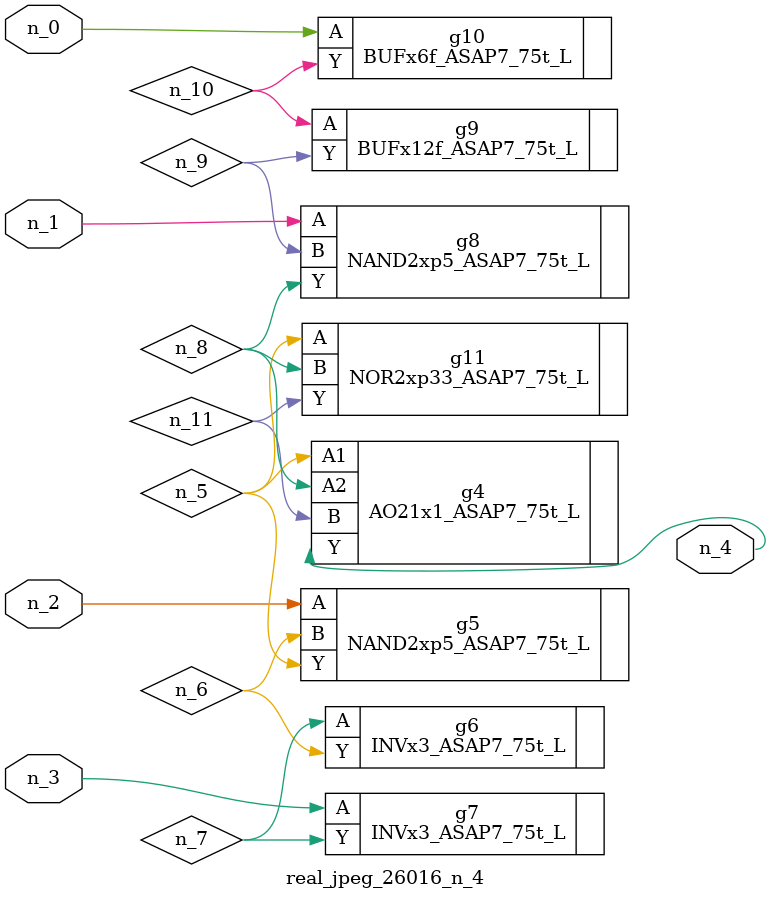
<source format=v>
module real_jpeg_26016_n_4 (n_3, n_1, n_0, n_2, n_4);

input n_3;
input n_1;
input n_0;
input n_2;

output n_4;

wire n_5;
wire n_8;
wire n_11;
wire n_6;
wire n_7;
wire n_10;
wire n_9;

BUFx6f_ASAP7_75t_L g10 ( 
.A(n_0),
.Y(n_10)
);

NAND2xp5_ASAP7_75t_L g8 ( 
.A(n_1),
.B(n_9),
.Y(n_8)
);

NAND2xp5_ASAP7_75t_L g5 ( 
.A(n_2),
.B(n_6),
.Y(n_5)
);

INVx3_ASAP7_75t_L g7 ( 
.A(n_3),
.Y(n_7)
);

AO21x1_ASAP7_75t_L g4 ( 
.A1(n_5),
.A2(n_8),
.B(n_11),
.Y(n_4)
);

NOR2xp33_ASAP7_75t_L g11 ( 
.A(n_5),
.B(n_8),
.Y(n_11)
);

INVx3_ASAP7_75t_L g6 ( 
.A(n_7),
.Y(n_6)
);

BUFx12f_ASAP7_75t_L g9 ( 
.A(n_10),
.Y(n_9)
);


endmodule
</source>
